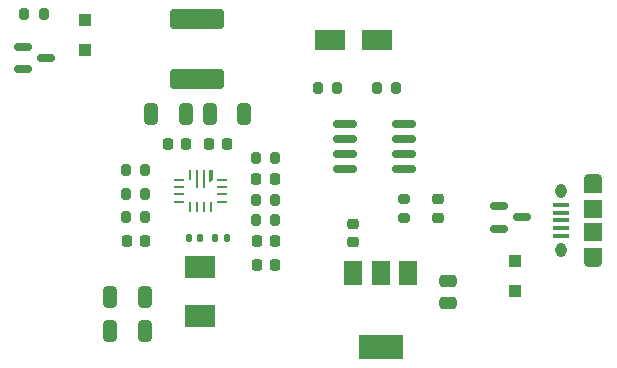
<source format=gtp>
%TF.GenerationSoftware,KiCad,Pcbnew,(6.0.2)*%
%TF.CreationDate,2022-03-18T23:14:24+01:00*%
%TF.ProjectId,prova-buck,70726f76-612d-4627-9563-6b2e6b696361,rev?*%
%TF.SameCoordinates,Original*%
%TF.FileFunction,Paste,Top*%
%TF.FilePolarity,Positive*%
%FSLAX46Y46*%
G04 Gerber Fmt 4.6, Leading zero omitted, Abs format (unit mm)*
G04 Created by KiCad (PCBNEW (6.0.2)) date 2022-03-18 23:14:24*
%MOMM*%
%LPD*%
G01*
G04 APERTURE LIST*
G04 Aperture macros list*
%AMRoundRect*
0 Rectangle with rounded corners*
0 $1 Rounding radius*
0 $2 $3 $4 $5 $6 $7 $8 $9 X,Y pos of 4 corners*
0 Add a 4 corners polygon primitive as box body*
4,1,4,$2,$3,$4,$5,$6,$7,$8,$9,$2,$3,0*
0 Add four circle primitives for the rounded corners*
1,1,$1+$1,$2,$3*
1,1,$1+$1,$4,$5*
1,1,$1+$1,$6,$7*
1,1,$1+$1,$8,$9*
0 Add four rect primitives between the rounded corners*
20,1,$1+$1,$2,$3,$4,$5,0*
20,1,$1+$1,$4,$5,$6,$7,0*
20,1,$1+$1,$6,$7,$8,$9,0*
20,1,$1+$1,$8,$9,$2,$3,0*%
%AMFreePoly0*
4,1,6,0.625000,-0.050000,0.625000,-0.150000,-0.425000,-0.150000,-0.425000,0.150000,0.425000,0.150000,0.625000,-0.050000,0.625000,-0.050000,$1*%
G04 Aperture macros list end*
%ADD10RoundRect,0.250000X0.325000X0.650000X-0.325000X0.650000X-0.325000X-0.650000X0.325000X-0.650000X0*%
%ADD11RoundRect,0.225000X0.225000X0.250000X-0.225000X0.250000X-0.225000X-0.250000X0.225000X-0.250000X0*%
%ADD12RoundRect,0.225000X-0.225000X-0.250000X0.225000X-0.250000X0.225000X0.250000X-0.225000X0.250000X0*%
%ADD13RoundRect,0.140000X-0.140000X-0.170000X0.140000X-0.170000X0.140000X0.170000X-0.140000X0.170000X0*%
%ADD14R,2.500000X1.900000*%
%ADD15RoundRect,0.200000X-0.200000X-0.275000X0.200000X-0.275000X0.200000X0.275000X-0.200000X0.275000X0*%
%ADD16RoundRect,0.200000X0.200000X0.275000X-0.200000X0.275000X-0.200000X-0.275000X0.200000X-0.275000X0*%
%ADD17RoundRect,0.250000X-0.325000X-0.650000X0.325000X-0.650000X0.325000X0.650000X-0.325000X0.650000X0*%
%ADD18RoundRect,0.150000X-0.587500X-0.150000X0.587500X-0.150000X0.587500X0.150000X-0.587500X0.150000X0*%
%ADD19FreePoly0,270.000000*%
%ADD20R,0.200000X1.500000*%
%ADD21R,0.200000X0.900000*%
%ADD22R,0.900000X0.200000*%
%ADD23R,2.500000X1.800000*%
%ADD24RoundRect,0.218750X-0.256250X0.218750X-0.256250X-0.218750X0.256250X-0.218750X0.256250X0.218750X0*%
%ADD25R,1.550000X1.500000*%
%ADD26R,1.550000X1.200000*%
%ADD27R,1.350000X0.400000*%
%ADD28O,1.550000X0.890000*%
%ADD29O,0.950000X1.250000*%
%ADD30R,1.500000X2.000000*%
%ADD31R,3.800000X2.000000*%
%ADD32RoundRect,0.200000X-0.275000X0.200000X-0.275000X-0.200000X0.275000X-0.200000X0.275000X0.200000X0*%
%ADD33R,1.000000X1.000000*%
%ADD34RoundRect,0.135000X0.135000X0.185000X-0.135000X0.185000X-0.135000X-0.185000X0.135000X-0.185000X0*%
%ADD35RoundRect,0.250000X0.475000X-0.250000X0.475000X0.250000X-0.475000X0.250000X-0.475000X-0.250000X0*%
%ADD36RoundRect,0.270491X-2.029509X0.554509X-2.029509X-0.554509X2.029509X-0.554509X2.029509X0.554509X0*%
%ADD37RoundRect,0.150000X0.825000X0.150000X-0.825000X0.150000X-0.825000X-0.150000X0.825000X-0.150000X0*%
%ADD38RoundRect,0.225000X0.250000X-0.225000X0.250000X0.225000X-0.250000X0.225000X-0.250000X-0.225000X0*%
G04 APERTURE END LIST*
D10*
X134000000Y-85000000D03*
X131050000Y-85000000D03*
D11*
X141550000Y-97750000D03*
X140000000Y-97750000D03*
D12*
X135975000Y-87500000D03*
X137525000Y-87500000D03*
D11*
X134025000Y-87500000D03*
X132475000Y-87500000D03*
D13*
X134270000Y-95500000D03*
X135230000Y-95500000D03*
D12*
X129000000Y-95750000D03*
X130550000Y-95750000D03*
D11*
X141550000Y-95750000D03*
X140000000Y-95750000D03*
D12*
X139975000Y-90500000D03*
X141525000Y-90500000D03*
D10*
X130575000Y-100500000D03*
X127625000Y-100500000D03*
X130575000Y-103400000D03*
X127625000Y-103400000D03*
D14*
X135250000Y-97950000D03*
X135250000Y-102050000D03*
D15*
X128925000Y-89750000D03*
X130575000Y-89750000D03*
D16*
X130575000Y-91750000D03*
X128925000Y-91750000D03*
X141575000Y-88750000D03*
X139925000Y-88750000D03*
D15*
X139925000Y-92250000D03*
X141575000Y-92250000D03*
D16*
X130575000Y-93750000D03*
X128925000Y-93750000D03*
D17*
X136025000Y-85000000D03*
X138975000Y-85000000D03*
D16*
X141575000Y-94000000D03*
X139925000Y-94000000D03*
D18*
X120262500Y-79300000D03*
X120262500Y-81200000D03*
X122137500Y-80250000D03*
D16*
X146825000Y-82750000D03*
X145175000Y-82750000D03*
D19*
X136150000Y-90125000D03*
D20*
X135550000Y-90450000D03*
X134950000Y-90450000D03*
D21*
X134350000Y-90150000D03*
D22*
X133400000Y-90600000D03*
X133400000Y-91200000D03*
X133400000Y-91800000D03*
X133400000Y-92400000D03*
D21*
X134350000Y-92850000D03*
X134950000Y-92850000D03*
X135550000Y-92850000D03*
X136150000Y-92850000D03*
D22*
X137100000Y-92400000D03*
X137100000Y-91800000D03*
X137100000Y-91200000D03*
X137100000Y-90600000D03*
D15*
X120350000Y-76550000D03*
X122000000Y-76550000D03*
D23*
X146200000Y-78750000D03*
X150200000Y-78750000D03*
D24*
X155400000Y-92212500D03*
X155400000Y-93787500D03*
D25*
X168500000Y-93000000D03*
X168500000Y-95000000D03*
D26*
X168500000Y-91100000D03*
X168500000Y-96900000D03*
D27*
X165800000Y-92700000D03*
X165800000Y-93350000D03*
X165800000Y-94000000D03*
X165800000Y-94650000D03*
X165800000Y-95300000D03*
D28*
X168500000Y-97500000D03*
X168500000Y-90500000D03*
D29*
X165800000Y-91500000D03*
X165800000Y-96500000D03*
D30*
X152800000Y-98450000D03*
X150500000Y-98450000D03*
D31*
X150500000Y-104750000D03*
D30*
X148200000Y-98450000D03*
D16*
X151825000Y-82750000D03*
X150175000Y-82750000D03*
D32*
X152500000Y-92175000D03*
X152500000Y-93825000D03*
D33*
X161900000Y-99950000D03*
X161900000Y-97450000D03*
D34*
X137510000Y-95500000D03*
X136490000Y-95500000D03*
D18*
X160562500Y-92800000D03*
X160562500Y-94700000D03*
X162437500Y-93750000D03*
D33*
X125500000Y-79550000D03*
X125500000Y-77050000D03*
D35*
X156200000Y-101000000D03*
X156200000Y-99100000D03*
D36*
X135000000Y-76975000D03*
X135000000Y-82025000D03*
D37*
X152475000Y-89655000D03*
X152475000Y-88385000D03*
X152475000Y-87115000D03*
X152475000Y-85845000D03*
X147525000Y-85845000D03*
X147525000Y-87115000D03*
X147525000Y-88385000D03*
X147525000Y-89655000D03*
D38*
X148200000Y-95825000D03*
X148200000Y-94275000D03*
M02*

</source>
